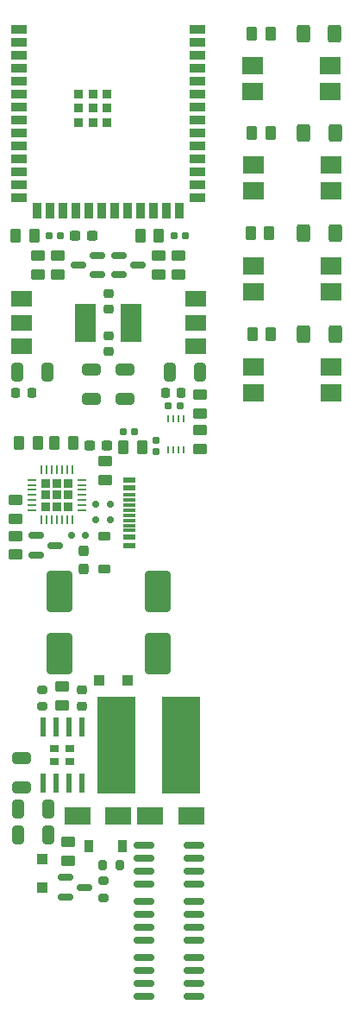
<source format=gbr>
%TF.GenerationSoftware,KiCad,Pcbnew,7.0.6*%
%TF.CreationDate,2023-07-31T04:45:07-07:00*%
%TF.ProjectId,LED_Wled,4c45445f-576c-4656-942e-6b696361645f,rev?*%
%TF.SameCoordinates,Original*%
%TF.FileFunction,Paste,Top*%
%TF.FilePolarity,Positive*%
%FSLAX46Y46*%
G04 Gerber Fmt 4.6, Leading zero omitted, Abs format (unit mm)*
G04 Created by KiCad (PCBNEW 7.0.6) date 2023-07-31 04:45:07*
%MOMM*%
%LPD*%
G01*
G04 APERTURE LIST*
G04 Aperture macros list*
%AMRoundRect*
0 Rectangle with rounded corners*
0 $1 Rounding radius*
0 $2 $3 $4 $5 $6 $7 $8 $9 X,Y pos of 4 corners*
0 Add a 4 corners polygon primitive as box body*
4,1,4,$2,$3,$4,$5,$6,$7,$8,$9,$2,$3,0*
0 Add four circle primitives for the rounded corners*
1,1,$1+$1,$2,$3*
1,1,$1+$1,$4,$5*
1,1,$1+$1,$6,$7*
1,1,$1+$1,$8,$9*
0 Add four rect primitives between the rounded corners*
20,1,$1+$1,$2,$3,$4,$5,0*
20,1,$1+$1,$4,$5,$6,$7,0*
20,1,$1+$1,$6,$7,$8,$9,0*
20,1,$1+$1,$8,$9,$2,$3,0*%
G04 Aperture macros list end*
%ADD10R,2.000000X1.780000*%
%ADD11RoundRect,0.250000X-0.400000X-0.625000X0.400000X-0.625000X0.400000X0.625000X-0.400000X0.625000X0*%
%ADD12RoundRect,0.250000X-0.262500X-0.450000X0.262500X-0.450000X0.262500X0.450000X-0.262500X0.450000X0*%
%ADD13RoundRect,0.250000X-0.325000X-0.650000X0.325000X-0.650000X0.325000X0.650000X-0.325000X0.650000X0*%
%ADD14RoundRect,0.250000X1.000000X-1.750000X1.000000X1.750000X-1.000000X1.750000X-1.000000X-1.750000X0*%
%ADD15RoundRect,0.225000X0.375000X-0.225000X0.375000X0.225000X-0.375000X0.225000X-0.375000X-0.225000X0*%
%ADD16RoundRect,0.250000X-0.450000X0.262500X-0.450000X-0.262500X0.450000X-0.262500X0.450000X0.262500X0*%
%ADD17RoundRect,0.250000X0.650000X-0.325000X0.650000X0.325000X-0.650000X0.325000X-0.650000X-0.325000X0*%
%ADD18R,0.250000X0.750000*%
%ADD19RoundRect,0.250000X0.262500X0.450000X-0.262500X0.450000X-0.262500X-0.450000X0.262500X-0.450000X0*%
%ADD20RoundRect,0.150000X-0.825000X-0.150000X0.825000X-0.150000X0.825000X0.150000X-0.825000X0.150000X0*%
%ADD21RoundRect,0.150000X0.150000X0.200000X-0.150000X0.200000X-0.150000X-0.200000X0.150000X-0.200000X0*%
%ADD22RoundRect,0.237500X0.300000X0.237500X-0.300000X0.237500X-0.300000X-0.237500X0.300000X-0.237500X0*%
%ADD23RoundRect,0.250000X0.450000X-0.262500X0.450000X0.262500X-0.450000X0.262500X-0.450000X-0.262500X0*%
%ADD24R,2.500000X1.800000*%
%ADD25RoundRect,0.200000X0.200000X0.275000X-0.200000X0.275000X-0.200000X-0.275000X0.200000X-0.275000X0*%
%ADD26R,2.000000X1.500000*%
%ADD27R,2.000000X3.800000*%
%ADD28RoundRect,0.150000X-0.587500X-0.150000X0.587500X-0.150000X0.587500X0.150000X-0.587500X0.150000X0*%
%ADD29RoundRect,0.225000X0.225000X0.225000X-0.225000X0.225000X-0.225000X-0.225000X0.225000X-0.225000X0*%
%ADD30RoundRect,0.062500X0.337500X0.062500X-0.337500X0.062500X-0.337500X-0.062500X0.337500X-0.062500X0*%
%ADD31RoundRect,0.062500X0.062500X0.337500X-0.062500X0.337500X-0.062500X-0.337500X0.062500X-0.337500X0*%
%ADD32R,1.240000X0.600000*%
%ADD33R,1.240000X0.300000*%
%ADD34R,1.100000X1.100000*%
%ADD35RoundRect,0.155000X0.212500X0.155000X-0.212500X0.155000X-0.212500X-0.155000X0.212500X-0.155000X0*%
%ADD36RoundRect,0.225000X0.225000X0.250000X-0.225000X0.250000X-0.225000X-0.250000X0.225000X-0.250000X0*%
%ADD37R,1.500000X0.900000*%
%ADD38R,0.900000X1.500000*%
%ADD39R,0.900000X0.900000*%
%ADD40RoundRect,0.200000X0.275000X-0.200000X0.275000X0.200000X-0.275000X0.200000X-0.275000X-0.200000X0*%
%ADD41R,0.610000X1.910000*%
%ADD42R,0.930000X0.723000*%
%ADD43RoundRect,0.155000X0.155000X-0.212500X0.155000X0.212500X-0.155000X0.212500X-0.155000X-0.212500X0*%
%ADD44RoundRect,0.225000X0.250000X-0.225000X0.250000X0.225000X-0.250000X0.225000X-0.250000X-0.225000X0*%
%ADD45RoundRect,0.155000X-0.212500X-0.155000X0.212500X-0.155000X0.212500X0.155000X-0.212500X0.155000X0*%
%ADD46RoundRect,0.250000X-0.650000X0.325000X-0.650000X-0.325000X0.650000X-0.325000X0.650000X0.325000X0*%
%ADD47R,3.750000X9.500000*%
%ADD48RoundRect,0.200000X-0.275000X0.200000X-0.275000X-0.200000X0.275000X-0.200000X0.275000X0.200000X0*%
%ADD49RoundRect,0.250000X0.300000X0.300000X-0.300000X0.300000X-0.300000X-0.300000X0.300000X-0.300000X0*%
%ADD50RoundRect,0.237500X-0.237500X0.300000X-0.237500X-0.300000X0.237500X-0.300000X0.237500X0.300000X0*%
%ADD51RoundRect,0.150000X0.587500X0.150000X-0.587500X0.150000X-0.587500X-0.150000X0.587500X-0.150000X0*%
%ADD52R,0.900000X1.200000*%
%ADD53RoundRect,0.225000X-0.250000X0.225000X-0.250000X-0.225000X0.250000X-0.225000X0.250000X0.225000X0*%
G04 APERTURE END LIST*
D10*
%TO.C,U10*%
X221894400Y-70815200D03*
X221894400Y-68275200D03*
X214274400Y-68275200D03*
X214274400Y-70815200D03*
%TD*%
%TO.C,U9*%
X221894400Y-80721200D03*
X221894400Y-78181200D03*
X214274400Y-78181200D03*
X214274400Y-80721200D03*
%TD*%
%TO.C,U8*%
X214233600Y-51221400D03*
X214233600Y-48681400D03*
X221853600Y-48681400D03*
X221853600Y-51221400D03*
%TD*%
%TO.C,U7*%
X214274400Y-60909200D03*
X214274400Y-58369200D03*
X221894400Y-58369200D03*
X221894400Y-60909200D03*
%TD*%
D11*
%TO.C,R28*%
X222270600Y-45501400D03*
X219170600Y-45501400D03*
%TD*%
D12*
%TO.C,R15*%
X201525500Y-86106000D03*
X203350500Y-86106000D03*
%TD*%
D13*
%TO.C,C4*%
X191160400Y-124104400D03*
X194110400Y-124104400D03*
%TD*%
D14*
%TO.C,C2*%
X195250000Y-106300000D03*
X195250000Y-100200000D03*
%TD*%
D15*
%TO.C,D9*%
X199593200Y-98068400D03*
X199593200Y-94768400D03*
%TD*%
D16*
%TO.C,R20*%
X206936100Y-67296700D03*
X206936100Y-69121700D03*
%TD*%
D17*
%TO.C,C26*%
X198374000Y-81383400D03*
X198374000Y-78433400D03*
%TD*%
D18*
%TO.C,U1*%
X205879000Y-86386000D03*
X206379000Y-86386000D03*
X206879000Y-86386000D03*
X207379000Y-86386000D03*
X207379000Y-83286000D03*
X206879000Y-83286000D03*
X206379000Y-83286000D03*
X205879000Y-83286000D03*
%TD*%
D17*
%TO.C,C15*%
X201625200Y-81383400D03*
X201625200Y-78433400D03*
%TD*%
D11*
%TO.C,R32*%
X219211400Y-65095200D03*
X222311400Y-65095200D03*
%TD*%
D19*
%TO.C,R1*%
X204976100Y-65328800D03*
X203151100Y-65328800D03*
%TD*%
D20*
%TO.C,Q2*%
X203519000Y-136145800D03*
X203519000Y-137415800D03*
X203519000Y-138685800D03*
X203519000Y-139955800D03*
X208469000Y-139955800D03*
X208469000Y-138685800D03*
X208469000Y-137415800D03*
X208469000Y-136145800D03*
%TD*%
D21*
%TO.C,D8*%
X198791600Y-91694000D03*
X200191600Y-91694000D03*
%TD*%
D22*
%TO.C,C19*%
X198474500Y-65328800D03*
X196749500Y-65328800D03*
%TD*%
D23*
%TO.C,R25*%
X190906400Y-96619700D03*
X190906400Y-94794700D03*
%TD*%
D16*
%TO.C,R3*%
X208991200Y-84431500D03*
X208991200Y-86256500D03*
%TD*%
D24*
%TO.C,D4*%
X197000000Y-122250000D03*
X201000000Y-122250000D03*
%TD*%
D20*
%TO.C,Q4*%
X203519000Y-130645800D03*
X203519000Y-131915800D03*
X203519000Y-133185800D03*
X203519000Y-134455800D03*
X208469000Y-134455800D03*
X208469000Y-133185800D03*
X208469000Y-131915800D03*
X208469000Y-130645800D03*
%TD*%
D25*
%TO.C,R6*%
X201129400Y-127101600D03*
X199479400Y-127101600D03*
%TD*%
D26*
%TO.C,U12*%
X208585200Y-76163200D03*
X208585200Y-73863200D03*
D27*
X202285200Y-73863200D03*
D26*
X208585200Y-71563200D03*
%TD*%
D28*
%TO.C,Q8*%
X192915300Y-94757200D03*
X192915300Y-96657200D03*
X194790300Y-95707200D03*
%TD*%
D11*
%TO.C,R8*%
X222311400Y-55229200D03*
X219211400Y-55229200D03*
%TD*%
D29*
%TO.C,U6*%
X196088000Y-91899600D03*
X196088000Y-90779600D03*
X196088000Y-89659600D03*
X194968000Y-91899600D03*
X194968000Y-90779600D03*
X194968000Y-89659600D03*
X193848000Y-91899600D03*
X193848000Y-90779600D03*
X193848000Y-89659600D03*
D30*
X197418000Y-92279600D03*
X197418000Y-91779600D03*
X197418000Y-91279600D03*
X197418000Y-90779600D03*
X197418000Y-90279600D03*
X197418000Y-89779600D03*
X197418000Y-89279600D03*
D31*
X196468000Y-88329600D03*
X195968000Y-88329600D03*
X195468000Y-88329600D03*
X194968000Y-88329600D03*
X194468000Y-88329600D03*
X193968000Y-88329600D03*
X193468000Y-88329600D03*
D30*
X192518000Y-89279600D03*
X192518000Y-89779600D03*
X192518000Y-90279600D03*
X192518000Y-90779600D03*
X192518000Y-91279600D03*
X192518000Y-91779600D03*
X192518000Y-92279600D03*
D31*
X193468000Y-93229600D03*
X193968000Y-93229600D03*
X194468000Y-93229600D03*
X194968000Y-93229600D03*
X195468000Y-93229600D03*
X195968000Y-93229600D03*
X196468000Y-93229600D03*
%TD*%
D32*
%TO.C,J8*%
X202065800Y-95706800D03*
X202065800Y-94906800D03*
D33*
X202065800Y-93756800D03*
X202065800Y-92756800D03*
X202065800Y-92256800D03*
X202065800Y-91256800D03*
D32*
X202065800Y-90106800D03*
X202065800Y-89306800D03*
X202065800Y-89306800D03*
X202065800Y-90106800D03*
D33*
X202065800Y-90756800D03*
X202065800Y-91756800D03*
X202065800Y-93256800D03*
X202065800Y-94256800D03*
D32*
X202065800Y-94906800D03*
X202065800Y-95706800D03*
%TD*%
D19*
%TO.C,R13*%
X193088900Y-85699600D03*
X191263900Y-85699600D03*
%TD*%
D34*
%TO.C,D3*%
X193497200Y-126435200D03*
X193497200Y-129235200D03*
%TD*%
D11*
%TO.C,R30*%
X219211400Y-75021200D03*
X222311400Y-75021200D03*
%TD*%
D35*
%TO.C,C16*%
X207628300Y-65328800D03*
X206493300Y-65328800D03*
%TD*%
D36*
%TO.C,C25*%
X192494200Y-80721200D03*
X190944200Y-80721200D03*
%TD*%
D24*
%TO.C,D2*%
X204150000Y-122250000D03*
X208150000Y-122250000D03*
%TD*%
D28*
%TO.C,Q3*%
X195838600Y-128285200D03*
X195838600Y-130185200D03*
X197713600Y-129235200D03*
%TD*%
D37*
%TO.C,U5*%
X191249600Y-45133600D03*
X191249600Y-46403600D03*
X191249600Y-47673600D03*
X191249600Y-48943600D03*
X191249600Y-50213600D03*
X191249600Y-51483600D03*
X191249600Y-52753600D03*
X191249600Y-54023600D03*
X191249600Y-55293600D03*
X191249600Y-56563600D03*
X191249600Y-57833600D03*
X191249600Y-59103600D03*
X191249600Y-60373600D03*
X191249600Y-61643600D03*
D38*
X193014600Y-62893600D03*
X194284600Y-62893600D03*
X195554600Y-62893600D03*
X196824600Y-62893600D03*
X198094600Y-62893600D03*
X199364600Y-62893600D03*
X200634600Y-62893600D03*
X201904600Y-62893600D03*
X203174600Y-62893600D03*
X204444600Y-62893600D03*
X205714600Y-62893600D03*
X206984600Y-62893600D03*
D37*
X208749600Y-61643600D03*
X208749600Y-60373600D03*
X208749600Y-59103600D03*
X208749600Y-57833600D03*
X208749600Y-56563600D03*
X208749600Y-55293600D03*
X208749600Y-54023600D03*
X208749600Y-52753600D03*
X208749600Y-51483600D03*
X208749600Y-50213600D03*
X208749600Y-48943600D03*
X208749600Y-47673600D03*
X208749600Y-46403600D03*
X208749600Y-45133600D03*
D39*
X198499600Y-52853600D03*
X197099600Y-52853600D03*
X199899600Y-52853600D03*
X197099600Y-54253600D03*
X198499600Y-54253600D03*
X199899600Y-54253600D03*
X197099600Y-51453600D03*
X198499600Y-51453600D03*
X199899600Y-51453600D03*
%TD*%
D19*
%TO.C,R27*%
X214110400Y-55229200D03*
X215935400Y-55229200D03*
%TD*%
D13*
%TO.C,C27*%
X206043000Y-78740000D03*
X208993000Y-78740000D03*
%TD*%
D40*
%TO.C,R9*%
X193555000Y-111505000D03*
X193555000Y-109855000D03*
%TD*%
D26*
%TO.C,U3*%
X191464800Y-71563200D03*
X191464800Y-73863200D03*
D27*
X197764800Y-73863200D03*
D26*
X191464800Y-76163200D03*
%TD*%
D35*
%TO.C,C23*%
X207069500Y-82042000D03*
X205934500Y-82042000D03*
%TD*%
D12*
%TO.C,R12*%
X190910200Y-65379600D03*
X192735200Y-65379600D03*
%TD*%
D13*
%TO.C,C6*%
X191057000Y-78740000D03*
X194007000Y-78740000D03*
%TD*%
D41*
%TO.C,U2*%
X197410000Y-113500000D03*
X196140000Y-113500000D03*
X194870000Y-113500000D03*
X193600000Y-113500000D03*
X193600000Y-119060000D03*
X194870000Y-119060000D03*
X196140000Y-119060000D03*
X197410000Y-119060000D03*
D42*
X196280000Y-115677500D03*
X194730000Y-115677500D03*
X196280000Y-116882500D03*
X194730000Y-116882500D03*
%TD*%
D21*
%TO.C,D7*%
X198791600Y-93218000D03*
X200191600Y-93218000D03*
%TD*%
D43*
%TO.C,C17*%
X204724000Y-86546500D03*
X204724000Y-85411500D03*
%TD*%
D23*
%TO.C,R21*%
X195099700Y-69121700D03*
X195099700Y-67296700D03*
%TD*%
D19*
%TO.C,R31*%
X215982400Y-75021200D03*
X214157400Y-75021200D03*
%TD*%
D23*
%TO.C,R26*%
X190906400Y-93114500D03*
X190906400Y-91289500D03*
%TD*%
D44*
%TO.C,C14*%
X200050400Y-72555400D03*
X200050400Y-71005400D03*
%TD*%
D45*
%TO.C,C18*%
X194199700Y-65379600D03*
X195334700Y-65379600D03*
%TD*%
%TO.C,C20*%
X201472800Y-84582000D03*
X202607800Y-84582000D03*
%TD*%
D46*
%TO.C,C5*%
X191465200Y-116533400D03*
X191465200Y-119483400D03*
%TD*%
D47*
%TO.C,L1*%
X200775000Y-115330000D03*
X207135000Y-115330000D03*
%TD*%
D21*
%TO.C,D6*%
X196404000Y-94691200D03*
X197804000Y-94691200D03*
%TD*%
D36*
%TO.C,C28*%
X207175400Y-80721200D03*
X205625400Y-80721200D03*
%TD*%
D16*
%TO.C,R22*%
X204954900Y-67296700D03*
X204954900Y-69121700D03*
%TD*%
D19*
%TO.C,R14*%
X196543300Y-85699600D03*
X194718300Y-85699600D03*
%TD*%
D16*
%TO.C,R10*%
X196037200Y-124817500D03*
X196037200Y-126642500D03*
%TD*%
D22*
%TO.C,C21*%
X199896900Y-85902800D03*
X198171900Y-85902800D03*
%TD*%
D13*
%TO.C,C3*%
X191160400Y-121564400D03*
X194110400Y-121564400D03*
%TD*%
D48*
%TO.C,R7*%
X199542400Y-128601200D03*
X199542400Y-130251200D03*
%TD*%
D20*
%TO.C,Q5*%
X203519000Y-125145800D03*
X203519000Y-126415800D03*
X203519000Y-127685800D03*
X203519000Y-128955800D03*
X208469000Y-128955800D03*
X208469000Y-127685800D03*
X208469000Y-126415800D03*
X208469000Y-125145800D03*
%TD*%
D44*
%TO.C,C1*%
X197455000Y-111455000D03*
X197455000Y-109905000D03*
%TD*%
D49*
%TO.C,D11*%
X201958400Y-108966000D03*
X199158400Y-108966000D03*
%TD*%
D50*
%TO.C,C22*%
X197561200Y-96268200D03*
X197561200Y-97993200D03*
%TD*%
D19*
%TO.C,R29*%
X214116600Y-45501400D03*
X215941600Y-45501400D03*
%TD*%
D51*
%TO.C,Q6*%
X198983600Y-69159200D03*
X198983600Y-67259200D03*
X197108600Y-68209200D03*
%TD*%
D52*
%TO.C,D5*%
X201446400Y-125222000D03*
X198146400Y-125222000D03*
%TD*%
D19*
%TO.C,R33*%
X215831900Y-65095200D03*
X214006900Y-65095200D03*
%TD*%
D28*
%TO.C,Q7*%
X201071000Y-67259200D03*
X201071000Y-69159200D03*
X202946000Y-68209200D03*
%TD*%
D23*
%TO.C,R4*%
X195505000Y-111392500D03*
X195505000Y-109567500D03*
%TD*%
D14*
%TO.C,C13*%
X204850000Y-106300000D03*
X204850000Y-100200000D03*
%TD*%
D16*
%TO.C,R24*%
X208991200Y-80928200D03*
X208991200Y-82753200D03*
%TD*%
%TO.C,R16*%
X199694800Y-87481400D03*
X199694800Y-89306400D03*
%TD*%
D23*
%TO.C,R19*%
X193118500Y-69123600D03*
X193118500Y-67298600D03*
%TD*%
D53*
%TO.C,C24*%
X200050400Y-75171000D03*
X200050400Y-76721000D03*
%TD*%
M02*

</source>
